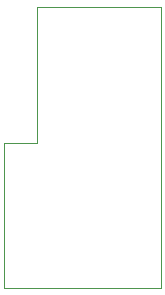
<source format=gbr>
%TF.GenerationSoftware,KiCad,Pcbnew,7.0.11*%
%TF.CreationDate,2025-12-11T10:01:47-05:00*%
%TF.ProjectId,clock_hbridge_fix,636c6f63-6b5f-4686-9272-696467655f66,rev?*%
%TF.SameCoordinates,Original*%
%TF.FileFunction,Profile,NP*%
%FSLAX46Y46*%
G04 Gerber Fmt 4.6, Leading zero omitted, Abs format (unit mm)*
G04 Created by KiCad (PCBNEW 7.0.11) date 2025-12-11 10:01:47*
%MOMM*%
%LPD*%
G01*
G04 APERTURE LIST*
%TA.AperFunction,Profile*%
%ADD10C,0.050000*%
%TD*%
G04 APERTURE END LIST*
D10*
X30250000Y-16500000D02*
X19750000Y-16500000D01*
X30250000Y-40250000D02*
X30250000Y-16500000D01*
X17000000Y-40250000D02*
X30250000Y-40250000D01*
X17000000Y-28000000D02*
X17000000Y-40250000D01*
X19750000Y-28000000D02*
X17000000Y-28000000D01*
X19750000Y-16500000D02*
X19750000Y-28000000D01*
M02*

</source>
